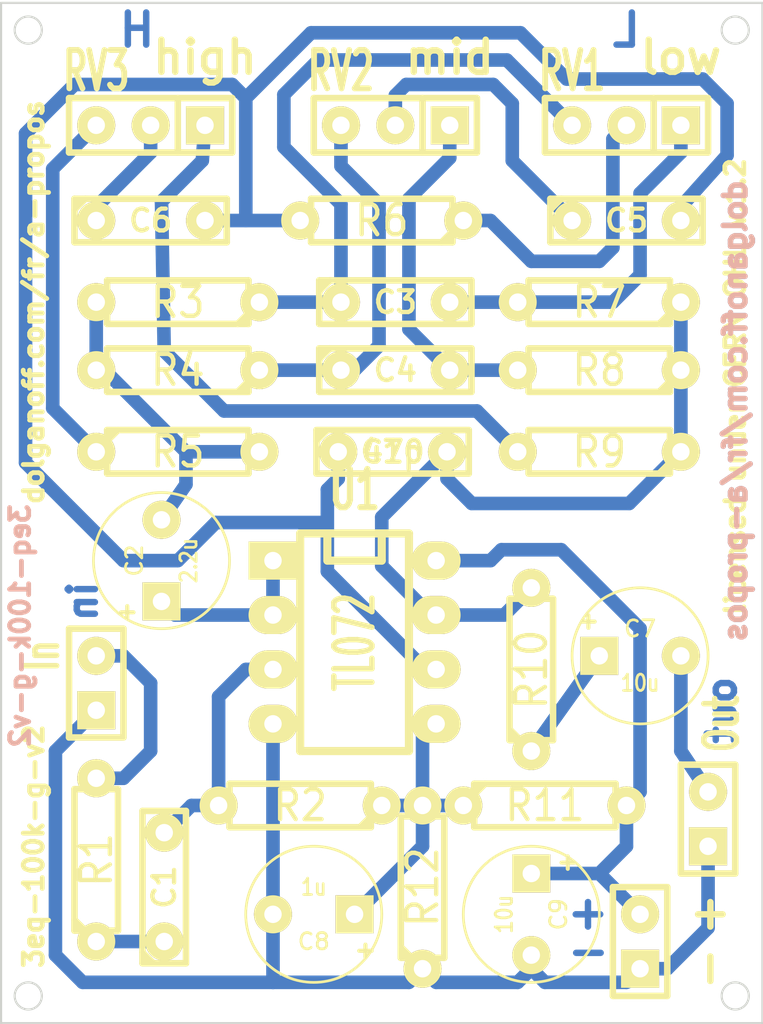
<source format=kicad_pcb>
(kicad_pcb (version 4) (host pcbnew "(2014-08-26 BZR 5101)-product")

  (general
    (links 46)
    (no_connects 0)
    (area 112.328325 75.97 148.005001 123.901708)
    (thickness 1.6)
    (drawings 26)
    (tracks 143)
    (zones 0)
    (modules 29)
    (nets 22)
  )

  (page A4)
  (layers
    (0 F.Cu signal)
    (31 B.Cu signal)
    (32 B.Adhes user hide)
    (33 F.Adhes user hide)
    (34 B.Paste user hide)
    (35 F.Paste user hide)
    (36 B.SilkS user)
    (37 F.SilkS user)
    (38 B.Mask user)
    (39 F.Mask user)
    (40 Dwgs.User user)
    (41 Cmts.User user hide)
    (42 Eco1.User user hide)
    (43 Eco2.User user hide)
    (44 Edge.Cuts user)
    (45 Margin user hide)
    (46 B.CrtYd user hide)
    (47 F.CrtYd user hide)
    (48 B.Fab user hide)
    (49 F.Fab user hide)
  )

  (setup
    (last_trace_width 0.635)
    (trace_clearance 0.508)
    (zone_clearance 0.508)
    (zone_45_only no)
    (trace_min 0.254)
    (segment_width 0.2)
    (edge_width 0.1)
    (via_size 0.889)
    (via_drill 0.635)
    (via_min_size 0.889)
    (via_min_drill 0.508)
    (uvia_size 0.508)
    (uvia_drill 0.127)
    (uvias_allowed no)
    (uvia_min_size 0.508)
    (uvia_min_drill 0.127)
    (pcb_text_width 0.3)
    (pcb_text_size 1.5 1.5)
    (mod_edge_width 0.15)
    (mod_text_size 1 1)
    (mod_text_width 0.15)
    (pad_size 1.5 1.5)
    (pad_drill 0.6)
    (pad_to_mask_clearance 0)
    (aux_axis_origin 0 0)
    (visible_elements 7FFDFFFF)
    (pcbplotparams
      (layerselection 0x00020_00000000)
      (usegerberextensions false)
      (excludeedgelayer false)
      (linewidth 0.100000)
      (plotframeref false)
      (viasonmask false)
      (mode 1)
      (useauxorigin false)
      (hpglpennumber 1)
      (hpglpenspeed 20)
      (hpglpendiameter 15)
      (hpglpenoverlay 2)
      (psnegative false)
      (psa4output false)
      (plotreference false)
      (plotvalue true)
      (plotinvisibletext true)
      (padsonsilk false)
      (subtractmaskfromsilk false)
      (outputformat 4)
      (mirror false)
      (drillshape 0)
      (scaleselection 1)
      (outputdirectory ""))
  )

  (net 0 "")
  (net 1 "Net-(C1-Pad1)")
  (net 2 "Net-(C1-Pad2)")
  (net 3 "Net-(C2-Pad1)")
  (net 4 "Net-(C2-Pad2)")
  (net 5 "Net-(C3-Pad1)")
  (net 6 "Net-(C3-Pad2)")
  (net 7 "Net-(C4-Pad1)")
  (net 8 "Net-(C4-Pad2)")
  (net 9 "Net-(C5-Pad1)")
  (net 10 "Net-(C6-Pad1)")
  (net 11 "Net-(C7-Pad1)")
  (net 12 "Net-(C7-Pad2)")
  (net 13 vRef)
  (net 14 GND)
  (net 15 v+)
  (net 16 "Net-(P1-Pad2)")
  (net 17 "Net-(R5-Pad1)")
  (net 18 "Net-(R6-Pad1)")
  (net 19 "Net-(R9-Pad2)")
  (net 20 "Net-(C10-Pad1)")
  (net 21 "Net-(C10-Pad2)")

  (net_class Default "This is the default net class."
    (clearance 0.508)
    (trace_width 0.635)
    (via_dia 0.889)
    (via_drill 0.635)
    (uvia_dia 0.508)
    (uvia_drill 0.127)
    (add_net GND)
    (add_net "Net-(C1-Pad1)")
    (add_net "Net-(C1-Pad2)")
    (add_net "Net-(C10-Pad1)")
    (add_net "Net-(C10-Pad2)")
    (add_net "Net-(C2-Pad1)")
    (add_net "Net-(C2-Pad2)")
    (add_net "Net-(C3-Pad1)")
    (add_net "Net-(C3-Pad2)")
    (add_net "Net-(C4-Pad1)")
    (add_net "Net-(C4-Pad2)")
    (add_net "Net-(C5-Pad1)")
    (add_net "Net-(C6-Pad1)")
    (add_net "Net-(C7-Pad1)")
    (add_net "Net-(C7-Pad2)")
    (add_net "Net-(P1-Pad2)")
    (add_net "Net-(R5-Pad1)")
    (add_net "Net-(R6-Pad1)")
    (add_net "Net-(R9-Pad2)")
    (add_net v+)
    (add_net vRef)
  )

  (module Custom:C2-LARGE_PADS (layer F.Cu) (tedit 51B5A1DF) (tstamp 53FDE2E0)
    (at 120.015 117.475 90)
    (descr "Condensateur = 2 pas")
    (tags C)
    (path /53FDBB5C)
    (fp_text reference C1 (at 0 0 90) (layer F.SilkS)
      (effects (font (size 1.016 1.016) (thickness 0.2032)))
    )
    (fp_text value 0.1u (at 0 0 90) (layer F.SilkS) hide
      (effects (font (size 1.016 1.016) (thickness 0.2032)))
    )
    (fp_line (start -3.556 -1.016) (end 3.556 -1.016) (layer F.SilkS) (width 0.3048))
    (fp_line (start 3.556 -1.016) (end 3.556 1.016) (layer F.SilkS) (width 0.3048))
    (fp_line (start 3.556 1.016) (end -3.556 1.016) (layer F.SilkS) (width 0.3048))
    (fp_line (start -3.556 1.016) (end -3.556 -1.016) (layer F.SilkS) (width 0.3048))
    (fp_line (start -3.556 -0.508) (end -3.048 -1.016) (layer F.SilkS) (width 0.3048))
    (pad 1 thru_hole circle (at -2.54 0 90) (size 1.778 1.778) (drill 0.8128) (layers *.Cu *.Mask F.SilkS)
      (net 1 "Net-(C1-Pad1)"))
    (pad 2 thru_hole circle (at 2.54 0 90) (size 1.778 1.778) (drill 0.8128) (layers *.Cu *.Mask F.SilkS)
      (net 2 "Net-(C1-Pad2)"))
    (model discret/capa_2pas_5x5mm.wrl
      (at (xyz 0 0 0))
      (scale (xyz 1 1 1))
      (rotate (xyz 0 0 0))
    )
  )

  (module Custom:C1.5V7-LARGE_PADS (layer F.Cu) (tedit 53FDDD10) (tstamp 53FDE2E8)
    (at 119.888 102.235 90)
    (descr "Condensateur e = 1.5 pas")
    (tags C)
    (path /53FE7685)
    (fp_text reference C2 (at 0 -1.26746 90) (layer F.SilkS)
      (effects (font (size 0.762 0.762) (thickness 0.127)))
    )
    (fp_text value 2.2u (at 0 1.27 90) (layer F.SilkS)
      (effects (font (size 0.762 0.635) (thickness 0.127)))
    )
    (fp_text user + (at -2.413 -1.651 90) (layer F.SilkS)
      (effects (font (size 0.762 0.762) (thickness 0.2032)))
    )
    (fp_circle (center 0 0) (end 0.127 -3.175) (layer F.SilkS) (width 0.127))
    (pad 1 thru_hole rect (at -1.905 0 90) (size 1.778 1.778) (drill 0.8128) (layers *.Cu *.Mask F.SilkS)
      (net 3 "Net-(C2-Pad1)"))
    (pad 2 thru_hole circle (at 1.905 0 90) (size 1.778 1.778) (drill 0.8128) (layers *.Cu *.Mask F.SilkS)
      (net 4 "Net-(C2-Pad2)"))
    (model discret/c_vert_c1v5.wrl
      (at (xyz 0 0 0))
      (scale (xyz 1.5 1.5 1.5))
      (rotate (xyz 0 0 0))
    )
  )

  (module Custom:C2-LARGE_PADS (layer F.Cu) (tedit 51B5A1DF) (tstamp 53FDE2F3)
    (at 130.81 90.17)
    (descr "Condensateur = 2 pas")
    (tags C)
    (path /53FDC2BE)
    (fp_text reference C3 (at 0 0) (layer F.SilkS)
      (effects (font (size 1.016 1.016) (thickness 0.2032)))
    )
    (fp_text value 10n (at 0 0) (layer F.SilkS) hide
      (effects (font (size 1.016 1.016) (thickness 0.2032)))
    )
    (fp_line (start -3.556 -1.016) (end 3.556 -1.016) (layer F.SilkS) (width 0.3048))
    (fp_line (start 3.556 -1.016) (end 3.556 1.016) (layer F.SilkS) (width 0.3048))
    (fp_line (start 3.556 1.016) (end -3.556 1.016) (layer F.SilkS) (width 0.3048))
    (fp_line (start -3.556 1.016) (end -3.556 -1.016) (layer F.SilkS) (width 0.3048))
    (fp_line (start -3.556 -0.508) (end -3.048 -1.016) (layer F.SilkS) (width 0.3048))
    (pad 1 thru_hole circle (at -2.54 0) (size 1.778 1.778) (drill 0.8128) (layers *.Cu *.Mask F.SilkS)
      (net 5 "Net-(C3-Pad1)"))
    (pad 2 thru_hole circle (at 2.54 0) (size 1.778 1.778) (drill 0.8128) (layers *.Cu *.Mask F.SilkS)
      (net 6 "Net-(C3-Pad2)"))
    (model discret/capa_2pas_5x5mm.wrl
      (at (xyz 0 0 0))
      (scale (xyz 1 1 1))
      (rotate (xyz 0 0 0))
    )
  )

  (module Custom:C2-LARGE_PADS (layer F.Cu) (tedit 51B5A1DF) (tstamp 53FDE2FE)
    (at 130.81 93.345)
    (descr "Condensateur = 2 pas")
    (tags C)
    (path /53FDC47C)
    (fp_text reference C4 (at 0 0) (layer F.SilkS)
      (effects (font (size 1.016 1.016) (thickness 0.2032)))
    )
    (fp_text value 1.5n (at 0 0) (layer F.SilkS) hide
      (effects (font (size 1.016 1.016) (thickness 0.2032)))
    )
    (fp_line (start -3.556 -1.016) (end 3.556 -1.016) (layer F.SilkS) (width 0.3048))
    (fp_line (start 3.556 -1.016) (end 3.556 1.016) (layer F.SilkS) (width 0.3048))
    (fp_line (start 3.556 1.016) (end -3.556 1.016) (layer F.SilkS) (width 0.3048))
    (fp_line (start -3.556 1.016) (end -3.556 -1.016) (layer F.SilkS) (width 0.3048))
    (fp_line (start -3.556 -0.508) (end -3.048 -1.016) (layer F.SilkS) (width 0.3048))
    (pad 1 thru_hole circle (at -2.54 0) (size 1.778 1.778) (drill 0.8128) (layers *.Cu *.Mask F.SilkS)
      (net 7 "Net-(C4-Pad1)"))
    (pad 2 thru_hole circle (at 2.54 0) (size 1.778 1.778) (drill 0.8128) (layers *.Cu *.Mask F.SilkS)
      (net 8 "Net-(C4-Pad2)"))
    (model discret/capa_2pas_5x5mm.wrl
      (at (xyz 0 0 0))
      (scale (xyz 1 1 1))
      (rotate (xyz 0 0 0))
    )
  )

  (module Custom:C2-LARGE_PADS (layer F.Cu) (tedit 51B5A1DF) (tstamp 53FDE309)
    (at 141.605 86.36)
    (descr "Condensateur = 2 pas")
    (tags C)
    (path /53FDCAA8)
    (fp_text reference C5 (at 0 0) (layer F.SilkS)
      (effects (font (size 1.016 1.016) (thickness 0.2032)))
    )
    (fp_text value 6.8n (at 0 0) (layer F.SilkS) hide
      (effects (font (size 1.016 1.016) (thickness 0.2032)))
    )
    (fp_line (start -3.556 -1.016) (end 3.556 -1.016) (layer F.SilkS) (width 0.3048))
    (fp_line (start 3.556 -1.016) (end 3.556 1.016) (layer F.SilkS) (width 0.3048))
    (fp_line (start 3.556 1.016) (end -3.556 1.016) (layer F.SilkS) (width 0.3048))
    (fp_line (start -3.556 1.016) (end -3.556 -1.016) (layer F.SilkS) (width 0.3048))
    (fp_line (start -3.556 -0.508) (end -3.048 -1.016) (layer F.SilkS) (width 0.3048))
    (pad 1 thru_hole circle (at -2.54 0) (size 1.778 1.778) (drill 0.8128) (layers *.Cu *.Mask F.SilkS)
      (net 9 "Net-(C5-Pad1)"))
    (pad 2 thru_hole circle (at 2.54 0) (size 1.778 1.778) (drill 0.8128) (layers *.Cu *.Mask F.SilkS)
      (net 20 "Net-(C10-Pad1)"))
    (model discret/capa_2pas_5x5mm.wrl
      (at (xyz 0 0 0))
      (scale (xyz 1 1 1))
      (rotate (xyz 0 0 0))
    )
  )

  (module Custom:C2-LARGE_PADS (layer F.Cu) (tedit 51B5A1DF) (tstamp 53FDE314)
    (at 119.38 86.36)
    (descr "Condensateur = 2 pas")
    (tags C)
    (path /53FDCDDD)
    (fp_text reference C6 (at 0 0) (layer F.SilkS)
      (effects (font (size 1.016 1.016) (thickness 0.2032)))
    )
    (fp_text value 1.5n (at 0 0) (layer F.SilkS) hide
      (effects (font (size 1.016 1.016) (thickness 0.2032)))
    )
    (fp_line (start -3.556 -1.016) (end 3.556 -1.016) (layer F.SilkS) (width 0.3048))
    (fp_line (start 3.556 -1.016) (end 3.556 1.016) (layer F.SilkS) (width 0.3048))
    (fp_line (start 3.556 1.016) (end -3.556 1.016) (layer F.SilkS) (width 0.3048))
    (fp_line (start -3.556 1.016) (end -3.556 -1.016) (layer F.SilkS) (width 0.3048))
    (fp_line (start -3.556 -0.508) (end -3.048 -1.016) (layer F.SilkS) (width 0.3048))
    (pad 1 thru_hole circle (at -2.54 0) (size 1.778 1.778) (drill 0.8128) (layers *.Cu *.Mask F.SilkS)
      (net 10 "Net-(C6-Pad1)"))
    (pad 2 thru_hole circle (at 2.54 0) (size 1.778 1.778) (drill 0.8128) (layers *.Cu *.Mask F.SilkS)
      (net 20 "Net-(C10-Pad1)"))
    (model discret/capa_2pas_5x5mm.wrl
      (at (xyz 0 0 0))
      (scale (xyz 1 1 1))
      (rotate (xyz 0 0 0))
    )
  )

  (module Custom:C1.5V7-LARGE_PADS (layer F.Cu) (tedit 53FDDD10) (tstamp 53FFC72C)
    (at 142.24 106.68)
    (descr "Condensateur e = 1.5 pas")
    (tags C)
    (path /53FDE111)
    (fp_text reference C7 (at 0 -1.26746) (layer F.SilkS)
      (effects (font (size 0.762 0.762) (thickness 0.127)))
    )
    (fp_text value 10u (at 0 1.27) (layer F.SilkS)
      (effects (font (size 0.762 0.635) (thickness 0.127)))
    )
    (fp_text user + (at -2.413 -1.651) (layer F.SilkS)
      (effects (font (size 0.762 0.762) (thickness 0.2032)))
    )
    (fp_circle (center 0 0) (end 0.127 -3.175) (layer F.SilkS) (width 0.127))
    (pad 1 thru_hole rect (at -1.905 0) (size 1.778 1.778) (drill 0.8128) (layers *.Cu *.Mask F.SilkS)
      (net 11 "Net-(C7-Pad1)"))
    (pad 2 thru_hole circle (at 1.905 0) (size 1.778 1.778) (drill 0.8128) (layers *.Cu *.Mask F.SilkS)
      (net 12 "Net-(C7-Pad2)"))
    (model discret/c_vert_c1v5.wrl
      (at (xyz 0 0 0))
      (scale (xyz 1.5 1.5 1.5))
      (rotate (xyz 0 0 0))
    )
  )

  (module Custom:C1.5V7-LARGE_PADS (layer F.Cu) (tedit 53FDDD10) (tstamp 53FDE324)
    (at 127 118.745 180)
    (descr "Condensateur e = 1.5 pas")
    (tags C)
    (path /53FDFA0B)
    (fp_text reference C8 (at 0 -1.26746 180) (layer F.SilkS)
      (effects (font (size 0.762 0.762) (thickness 0.127)))
    )
    (fp_text value 1u (at 0 1.27 180) (layer F.SilkS)
      (effects (font (size 0.762 0.635) (thickness 0.127)))
    )
    (fp_text user + (at -2.413 -1.651 180) (layer F.SilkS)
      (effects (font (size 0.762 0.762) (thickness 0.2032)))
    )
    (fp_circle (center 0 0) (end 0.127 -3.175) (layer F.SilkS) (width 0.127))
    (pad 1 thru_hole rect (at -1.905 0 180) (size 1.778 1.778) (drill 0.8128) (layers *.Cu *.Mask F.SilkS)
      (net 13 vRef))
    (pad 2 thru_hole circle (at 1.905 0 180) (size 1.778 1.778) (drill 0.8128) (layers *.Cu *.Mask F.SilkS)
      (net 14 GND))
    (model discret/c_vert_c1v5.wrl
      (at (xyz 0 0 0))
      (scale (xyz 1.5 1.5 1.5))
      (rotate (xyz 0 0 0))
    )
  )

  (module Custom:C1.5V7-LARGE_PADS (layer F.Cu) (tedit 53FDDD10) (tstamp 53FDE32C)
    (at 137.16 118.745 270)
    (descr "Condensateur e = 1.5 pas")
    (tags C)
    (path /53FDFBF8)
    (fp_text reference C9 (at 0 -1.26746 270) (layer F.SilkS)
      (effects (font (size 0.762 0.762) (thickness 0.127)))
    )
    (fp_text value 10u (at 0 1.27 270) (layer F.SilkS)
      (effects (font (size 0.762 0.635) (thickness 0.127)))
    )
    (fp_text user + (at -2.413 -1.651 270) (layer F.SilkS)
      (effects (font (size 0.762 0.762) (thickness 0.2032)))
    )
    (fp_circle (center 0 0) (end 0.127 -3.175) (layer F.SilkS) (width 0.127))
    (pad 1 thru_hole rect (at -1.905 0 270) (size 1.778 1.778) (drill 0.8128) (layers *.Cu *.Mask F.SilkS)
      (net 15 v+))
    (pad 2 thru_hole circle (at 1.905 0 270) (size 1.778 1.778) (drill 0.8128) (layers *.Cu *.Mask F.SilkS)
      (net 14 GND))
    (model discret/c_vert_c1v5.wrl
      (at (xyz 0 0 0))
      (scale (xyz 1.5 1.5 1.5))
      (rotate (xyz 0 0 0))
    )
  )

  (module Custom:SIL-2-LARGE_PADS (layer F.Cu) (tedit 53FE459A) (tstamp 53FDE336)
    (at 116.84 107.95 90)
    (descr "Connecteurs 2 pins")
    (tags "CONN DEV")
    (path /53FDEDC6)
    (fp_text reference P1 (at 0 -2.54 90) (layer F.SilkS) hide
      (effects (font (size 1.72974 1.08712) (thickness 0.27178)))
    )
    (fp_text value In (at 1.27 -2.54 90) (layer F.SilkS)
      (effects (font (size 1.524 1.016) (thickness 0.254)))
    )
    (fp_line (start -2.54 1.27) (end -2.54 -1.27) (layer F.SilkS) (width 0.3048))
    (fp_line (start -2.54 -1.27) (end 2.54 -1.27) (layer F.SilkS) (width 0.3048))
    (fp_line (start 2.54 -1.27) (end 2.54 1.27) (layer F.SilkS) (width 0.3048))
    (fp_line (start 2.54 1.27) (end -2.54 1.27) (layer F.SilkS) (width 0.3048))
    (pad 1 thru_hole rect (at -1.27 0 90) (size 1.778 1.778) (drill 0.8128) (layers *.Cu *.Mask F.SilkS)
      (net 14 GND))
    (pad 2 thru_hole circle (at 1.27 0 90) (size 1.778 1.778) (drill 0.8128) (layers *.Cu *.Mask F.SilkS)
      (net 16 "Net-(P1-Pad2)"))
  )

  (module Custom:SIL-2-LARGE_PADS (layer F.Cu) (tedit 53FE45B1) (tstamp 53FDE340)
    (at 145.415 114.3 90)
    (descr "Connecteurs 2 pins")
    (tags "CONN DEV")
    (path /53FDE8A1)
    (fp_text reference P2 (at 2.54 -2.54 90) (layer F.SilkS) hide
      (effects (font (size 1.72974 1.08712) (thickness 0.27178)))
    )
    (fp_text value Out (at 4.445 0.635 90) (layer F.SilkS)
      (effects (font (size 1.524 1.016) (thickness 0.254)))
    )
    (fp_line (start -2.54 1.27) (end -2.54 -1.27) (layer F.SilkS) (width 0.3048))
    (fp_line (start -2.54 -1.27) (end 2.54 -1.27) (layer F.SilkS) (width 0.3048))
    (fp_line (start 2.54 -1.27) (end 2.54 1.27) (layer F.SilkS) (width 0.3048))
    (fp_line (start 2.54 1.27) (end -2.54 1.27) (layer F.SilkS) (width 0.3048))
    (pad 1 thru_hole rect (at -1.27 0 90) (size 1.778 1.778) (drill 0.8128) (layers *.Cu *.Mask F.SilkS)
      (net 14 GND))
    (pad 2 thru_hole circle (at 1.27 0 90) (size 1.778 1.778) (drill 0.8128) (layers *.Cu *.Mask F.SilkS)
      (net 12 "Net-(C7-Pad2)"))
  )

  (module Custom:SIL-2-LARGE_PADS (layer F.Cu) (tedit 5400644D) (tstamp 53FDE34A)
    (at 142.24 120.015 90)
    (descr "Connecteurs 2 pins")
    (tags "CONN DEV")
    (path /53FE0641)
    (fp_text reference P3 (at -2.032 -2.54 90) (layer F.SilkS) hide
      (effects (font (size 1.72974 1.08712) (thickness 0.27178)))
    )
    (fp_text value Power (at 1.397 -2.286 90) (layer F.SilkS) hide
      (effects (font (size 1.524 1.016) (thickness 0.3048)))
    )
    (fp_line (start -2.54 1.27) (end -2.54 -1.27) (layer F.SilkS) (width 0.3048))
    (fp_line (start -2.54 -1.27) (end 2.54 -1.27) (layer F.SilkS) (width 0.3048))
    (fp_line (start 2.54 -1.27) (end 2.54 1.27) (layer F.SilkS) (width 0.3048))
    (fp_line (start 2.54 1.27) (end -2.54 1.27) (layer F.SilkS) (width 0.3048))
    (pad 1 thru_hole rect (at -1.27 0 90) (size 1.778 1.778) (drill 0.8128) (layers *.Cu *.Mask F.SilkS)
      (net 14 GND))
    (pad 2 thru_hole circle (at 1.27 0 90) (size 1.778 1.778) (drill 0.8128) (layers *.Cu *.Mask F.SilkS)
      (net 15 v+))
  )

  (module Custom:R3-LARGE_PADS (layer F.Cu) (tedit 51B5A1F4) (tstamp 53FDE358)
    (at 116.84 116.205 90)
    (descr "Resitance 3 pas")
    (tags R)
    (path /53FDBB22)
    (autoplace_cost180 10)
    (fp_text reference R1 (at 0 0 90) (layer F.SilkS)
      (effects (font (size 1.397 1.27) (thickness 0.2032)))
    )
    (fp_text value 1K (at 0 0 90) (layer F.SilkS) hide
      (effects (font (size 1.397 1.27) (thickness 0.2032)))
    )
    (fp_line (start -3.81 0) (end -3.302 0) (layer F.SilkS) (width 0.3048))
    (fp_line (start 3.81 0) (end 3.302 0) (layer F.SilkS) (width 0.3048))
    (fp_line (start 3.302 0) (end 3.302 -1.016) (layer F.SilkS) (width 0.3048))
    (fp_line (start 3.302 -1.016) (end -3.302 -1.016) (layer F.SilkS) (width 0.3048))
    (fp_line (start -3.302 -1.016) (end -3.302 1.016) (layer F.SilkS) (width 0.3048))
    (fp_line (start -3.302 1.016) (end 3.302 1.016) (layer F.SilkS) (width 0.3048))
    (fp_line (start 3.302 1.016) (end 3.302 0) (layer F.SilkS) (width 0.3048))
    (fp_line (start -3.302 -0.508) (end -2.794 -1.016) (layer F.SilkS) (width 0.3048))
    (pad 1 thru_hole circle (at -3.81 0 90) (size 1.778 1.778) (drill 0.8128) (layers *.Cu *.Mask F.SilkS)
      (net 1 "Net-(C1-Pad1)"))
    (pad 2 thru_hole circle (at 3.81 0 90) (size 1.778 1.778) (drill 0.8128) (layers *.Cu *.Mask F.SilkS)
      (net 16 "Net-(P1-Pad2)"))
    (model discret/resistor.wrl
      (at (xyz 0 0 0))
      (scale (xyz 0.3 0.3 0.3))
      (rotate (xyz 0 0 0))
    )
  )

  (module Custom:R3-LARGE_PADS (layer F.Cu) (tedit 51B5A1F4) (tstamp 53FDE366)
    (at 126.365 113.665 180)
    (descr "Resitance 3 pas")
    (tags R)
    (path /53FDBBE1)
    (autoplace_cost180 10)
    (fp_text reference R2 (at 0 0 180) (layer F.SilkS)
      (effects (font (size 1.397 1.27) (thickness 0.2032)))
    )
    (fp_text value 5Meg (at 0 0 180) (layer F.SilkS) hide
      (effects (font (size 1.397 1.27) (thickness 0.2032)))
    )
    (fp_line (start -3.81 0) (end -3.302 0) (layer F.SilkS) (width 0.3048))
    (fp_line (start 3.81 0) (end 3.302 0) (layer F.SilkS) (width 0.3048))
    (fp_line (start 3.302 0) (end 3.302 -1.016) (layer F.SilkS) (width 0.3048))
    (fp_line (start 3.302 -1.016) (end -3.302 -1.016) (layer F.SilkS) (width 0.3048))
    (fp_line (start -3.302 -1.016) (end -3.302 1.016) (layer F.SilkS) (width 0.3048))
    (fp_line (start -3.302 1.016) (end 3.302 1.016) (layer F.SilkS) (width 0.3048))
    (fp_line (start 3.302 1.016) (end 3.302 0) (layer F.SilkS) (width 0.3048))
    (fp_line (start -3.302 -0.508) (end -2.794 -1.016) (layer F.SilkS) (width 0.3048))
    (pad 1 thru_hole circle (at -3.81 0 180) (size 1.778 1.778) (drill 0.8128) (layers *.Cu *.Mask F.SilkS)
      (net 13 vRef))
    (pad 2 thru_hole circle (at 3.81 0 180) (size 1.778 1.778) (drill 0.8128) (layers *.Cu *.Mask F.SilkS)
      (net 2 "Net-(C1-Pad2)"))
    (model discret/resistor.wrl
      (at (xyz 0 0 0))
      (scale (xyz 0.3 0.3 0.3))
      (rotate (xyz 0 0 0))
    )
  )

  (module Custom:R3-LARGE_PADS (layer F.Cu) (tedit 51B5A1F4) (tstamp 53FDE374)
    (at 120.65 90.17 180)
    (descr "Resitance 3 pas")
    (tags R)
    (path /53FDC007)
    (autoplace_cost180 10)
    (fp_text reference R3 (at 0 0 180) (layer F.SilkS)
      (effects (font (size 1.397 1.27) (thickness 0.2032)))
    )
    (fp_text value 22K (at 0 0 180) (layer F.SilkS) hide
      (effects (font (size 1.397 1.27) (thickness 0.2032)))
    )
    (fp_line (start -3.81 0) (end -3.302 0) (layer F.SilkS) (width 0.3048))
    (fp_line (start 3.81 0) (end 3.302 0) (layer F.SilkS) (width 0.3048))
    (fp_line (start 3.302 0) (end 3.302 -1.016) (layer F.SilkS) (width 0.3048))
    (fp_line (start 3.302 -1.016) (end -3.302 -1.016) (layer F.SilkS) (width 0.3048))
    (fp_line (start -3.302 -1.016) (end -3.302 1.016) (layer F.SilkS) (width 0.3048))
    (fp_line (start -3.302 1.016) (end 3.302 1.016) (layer F.SilkS) (width 0.3048))
    (fp_line (start 3.302 1.016) (end 3.302 0) (layer F.SilkS) (width 0.3048))
    (fp_line (start -3.302 -0.508) (end -2.794 -1.016) (layer F.SilkS) (width 0.3048))
    (pad 1 thru_hole circle (at -3.81 0 180) (size 1.778 1.778) (drill 0.8128) (layers *.Cu *.Mask F.SilkS)
      (net 5 "Net-(C3-Pad1)"))
    (pad 2 thru_hole circle (at 3.81 0 180) (size 1.778 1.778) (drill 0.8128) (layers *.Cu *.Mask F.SilkS)
      (net 4 "Net-(C2-Pad2)"))
    (model discret/resistor.wrl
      (at (xyz 0 0 0))
      (scale (xyz 0.3 0.3 0.3))
      (rotate (xyz 0 0 0))
    )
  )

  (module Custom:R3-LARGE_PADS (layer F.Cu) (tedit 51B5A1F4) (tstamp 53FDE382)
    (at 120.65 93.345 180)
    (descr "Resitance 3 pas")
    (tags R)
    (path /53FDC033)
    (autoplace_cost180 10)
    (fp_text reference R4 (at 0 0 180) (layer F.SilkS)
      (effects (font (size 1.397 1.27) (thickness 0.2032)))
    )
    (fp_text value 10K (at 0 0 180) (layer F.SilkS) hide
      (effects (font (size 1.397 1.27) (thickness 0.2032)))
    )
    (fp_line (start -3.81 0) (end -3.302 0) (layer F.SilkS) (width 0.3048))
    (fp_line (start 3.81 0) (end 3.302 0) (layer F.SilkS) (width 0.3048))
    (fp_line (start 3.302 0) (end 3.302 -1.016) (layer F.SilkS) (width 0.3048))
    (fp_line (start 3.302 -1.016) (end -3.302 -1.016) (layer F.SilkS) (width 0.3048))
    (fp_line (start -3.302 -1.016) (end -3.302 1.016) (layer F.SilkS) (width 0.3048))
    (fp_line (start -3.302 1.016) (end 3.302 1.016) (layer F.SilkS) (width 0.3048))
    (fp_line (start 3.302 1.016) (end 3.302 0) (layer F.SilkS) (width 0.3048))
    (fp_line (start -3.302 -0.508) (end -2.794 -1.016) (layer F.SilkS) (width 0.3048))
    (pad 1 thru_hole circle (at -3.81 0 180) (size 1.778 1.778) (drill 0.8128) (layers *.Cu *.Mask F.SilkS)
      (net 7 "Net-(C4-Pad1)"))
    (pad 2 thru_hole circle (at 3.81 0 180) (size 1.778 1.778) (drill 0.8128) (layers *.Cu *.Mask F.SilkS)
      (net 4 "Net-(C2-Pad2)"))
    (model discret/resistor.wrl
      (at (xyz 0 0 0))
      (scale (xyz 0.3 0.3 0.3))
      (rotate (xyz 0 0 0))
    )
  )

  (module Custom:R3-LARGE_PADS (layer F.Cu) (tedit 51B5A1F4) (tstamp 53FDE390)
    (at 120.65 97.155)
    (descr "Resitance 3 pas")
    (tags R)
    (path /53FDCD67)
    (autoplace_cost180 10)
    (fp_text reference R5 (at 0 0) (layer F.SilkS)
      (effects (font (size 1.397 1.27) (thickness 0.2032)))
    )
    (fp_text value 4.7K (at 0 0) (layer F.SilkS) hide
      (effects (font (size 1.397 1.27) (thickness 0.2032)))
    )
    (fp_line (start -3.81 0) (end -3.302 0) (layer F.SilkS) (width 0.3048))
    (fp_line (start 3.81 0) (end 3.302 0) (layer F.SilkS) (width 0.3048))
    (fp_line (start 3.302 0) (end 3.302 -1.016) (layer F.SilkS) (width 0.3048))
    (fp_line (start 3.302 -1.016) (end -3.302 -1.016) (layer F.SilkS) (width 0.3048))
    (fp_line (start -3.302 -1.016) (end -3.302 1.016) (layer F.SilkS) (width 0.3048))
    (fp_line (start -3.302 1.016) (end 3.302 1.016) (layer F.SilkS) (width 0.3048))
    (fp_line (start 3.302 1.016) (end 3.302 0) (layer F.SilkS) (width 0.3048))
    (fp_line (start -3.302 -0.508) (end -2.794 -1.016) (layer F.SilkS) (width 0.3048))
    (pad 1 thru_hole circle (at -3.81 0) (size 1.778 1.778) (drill 0.8128) (layers *.Cu *.Mask F.SilkS)
      (net 17 "Net-(R5-Pad1)"))
    (pad 2 thru_hole circle (at 3.81 0) (size 1.778 1.778) (drill 0.8128) (layers *.Cu *.Mask F.SilkS)
      (net 4 "Net-(C2-Pad2)"))
    (model discret/resistor.wrl
      (at (xyz 0 0 0))
      (scale (xyz 0.3 0.3 0.3))
      (rotate (xyz 0 0 0))
    )
  )

  (module Custom:R3-LARGE_PADS (layer F.Cu) (tedit 51B5A1F4) (tstamp 53FDE39E)
    (at 130.175 86.36 180)
    (descr "Resitance 3 pas")
    (tags R)
    (path /53FDC703)
    (autoplace_cost180 10)
    (fp_text reference R6 (at 0 0 180) (layer F.SilkS)
      (effects (font (size 1.397 1.27) (thickness 0.2032)))
    )
    (fp_text value 22K (at 0 0 180) (layer F.SilkS) hide
      (effects (font (size 1.397 1.27) (thickness 0.2032)))
    )
    (fp_line (start -3.81 0) (end -3.302 0) (layer F.SilkS) (width 0.3048))
    (fp_line (start 3.81 0) (end 3.302 0) (layer F.SilkS) (width 0.3048))
    (fp_line (start 3.302 0) (end 3.302 -1.016) (layer F.SilkS) (width 0.3048))
    (fp_line (start 3.302 -1.016) (end -3.302 -1.016) (layer F.SilkS) (width 0.3048))
    (fp_line (start -3.302 -1.016) (end -3.302 1.016) (layer F.SilkS) (width 0.3048))
    (fp_line (start -3.302 1.016) (end 3.302 1.016) (layer F.SilkS) (width 0.3048))
    (fp_line (start 3.302 1.016) (end 3.302 0) (layer F.SilkS) (width 0.3048))
    (fp_line (start -3.302 -0.508) (end -2.794 -1.016) (layer F.SilkS) (width 0.3048))
    (pad 1 thru_hole circle (at -3.81 0 180) (size 1.778 1.778) (drill 0.8128) (layers *.Cu *.Mask F.SilkS)
      (net 18 "Net-(R6-Pad1)"))
    (pad 2 thru_hole circle (at 3.81 0 180) (size 1.778 1.778) (drill 0.8128) (layers *.Cu *.Mask F.SilkS)
      (net 20 "Net-(C10-Pad1)"))
    (model discret/resistor.wrl
      (at (xyz 0 0 0))
      (scale (xyz 0.3 0.3 0.3))
      (rotate (xyz 0 0 0))
    )
  )

  (module Custom:R3-LARGE_PADS (layer F.Cu) (tedit 51B5A1F4) (tstamp 53FDE3AC)
    (at 140.335 90.17 180)
    (descr "Resitance 3 pas")
    (tags R)
    (path /53FDC2F0)
    (autoplace_cost180 10)
    (fp_text reference R7 (at 0 0 180) (layer F.SilkS)
      (effects (font (size 1.397 1.27) (thickness 0.2032)))
    )
    (fp_text value 22K (at 0 0 180) (layer F.SilkS) hide
      (effects (font (size 1.397 1.27) (thickness 0.2032)))
    )
    (fp_line (start -3.81 0) (end -3.302 0) (layer F.SilkS) (width 0.3048))
    (fp_line (start 3.81 0) (end 3.302 0) (layer F.SilkS) (width 0.3048))
    (fp_line (start 3.302 0) (end 3.302 -1.016) (layer F.SilkS) (width 0.3048))
    (fp_line (start 3.302 -1.016) (end -3.302 -1.016) (layer F.SilkS) (width 0.3048))
    (fp_line (start -3.302 -1.016) (end -3.302 1.016) (layer F.SilkS) (width 0.3048))
    (fp_line (start -3.302 1.016) (end 3.302 1.016) (layer F.SilkS) (width 0.3048))
    (fp_line (start 3.302 1.016) (end 3.302 0) (layer F.SilkS) (width 0.3048))
    (fp_line (start -3.302 -0.508) (end -2.794 -1.016) (layer F.SilkS) (width 0.3048))
    (pad 1 thru_hole circle (at -3.81 0 180) (size 1.778 1.778) (drill 0.8128) (layers *.Cu *.Mask F.SilkS)
      (net 21 "Net-(C10-Pad2)"))
    (pad 2 thru_hole circle (at 3.81 0 180) (size 1.778 1.778) (drill 0.8128) (layers *.Cu *.Mask F.SilkS)
      (net 6 "Net-(C3-Pad2)"))
    (model discret/resistor.wrl
      (at (xyz 0 0 0))
      (scale (xyz 0.3 0.3 0.3))
      (rotate (xyz 0 0 0))
    )
  )

  (module Custom:R3-LARGE_PADS (layer F.Cu) (tedit 51B5A1F4) (tstamp 53FDE3BA)
    (at 140.335 93.345 180)
    (descr "Resitance 3 pas")
    (tags R)
    (path /53FDC506)
    (autoplace_cost180 10)
    (fp_text reference R8 (at 0 0 180) (layer F.SilkS)
      (effects (font (size 1.397 1.27) (thickness 0.2032)))
    )
    (fp_text value 10K (at 0 0 180) (layer F.SilkS) hide
      (effects (font (size 1.397 1.27) (thickness 0.2032)))
    )
    (fp_line (start -3.81 0) (end -3.302 0) (layer F.SilkS) (width 0.3048))
    (fp_line (start 3.81 0) (end 3.302 0) (layer F.SilkS) (width 0.3048))
    (fp_line (start 3.302 0) (end 3.302 -1.016) (layer F.SilkS) (width 0.3048))
    (fp_line (start 3.302 -1.016) (end -3.302 -1.016) (layer F.SilkS) (width 0.3048))
    (fp_line (start -3.302 -1.016) (end -3.302 1.016) (layer F.SilkS) (width 0.3048))
    (fp_line (start -3.302 1.016) (end 3.302 1.016) (layer F.SilkS) (width 0.3048))
    (fp_line (start 3.302 1.016) (end 3.302 0) (layer F.SilkS) (width 0.3048))
    (fp_line (start -3.302 -0.508) (end -2.794 -1.016) (layer F.SilkS) (width 0.3048))
    (pad 1 thru_hole circle (at -3.81 0 180) (size 1.778 1.778) (drill 0.8128) (layers *.Cu *.Mask F.SilkS)
      (net 21 "Net-(C10-Pad2)"))
    (pad 2 thru_hole circle (at 3.81 0 180) (size 1.778 1.778) (drill 0.8128) (layers *.Cu *.Mask F.SilkS)
      (net 8 "Net-(C4-Pad2)"))
    (model discret/resistor.wrl
      (at (xyz 0 0 0))
      (scale (xyz 0.3 0.3 0.3))
      (rotate (xyz 0 0 0))
    )
  )

  (module Custom:R3-LARGE_PADS (layer F.Cu) (tedit 51B5A1F4) (tstamp 53FDE3C8)
    (at 140.335 97.155 180)
    (descr "Resitance 3 pas")
    (tags R)
    (path /53FDC064)
    (autoplace_cost180 10)
    (fp_text reference R9 (at 0 0 180) (layer F.SilkS)
      (effects (font (size 1.397 1.27) (thickness 0.2032)))
    )
    (fp_text value 4.7K (at 0 0 180) (layer F.SilkS) hide
      (effects (font (size 1.397 1.27) (thickness 0.2032)))
    )
    (fp_line (start -3.81 0) (end -3.302 0) (layer F.SilkS) (width 0.3048))
    (fp_line (start 3.81 0) (end 3.302 0) (layer F.SilkS) (width 0.3048))
    (fp_line (start 3.302 0) (end 3.302 -1.016) (layer F.SilkS) (width 0.3048))
    (fp_line (start 3.302 -1.016) (end -3.302 -1.016) (layer F.SilkS) (width 0.3048))
    (fp_line (start -3.302 -1.016) (end -3.302 1.016) (layer F.SilkS) (width 0.3048))
    (fp_line (start -3.302 1.016) (end 3.302 1.016) (layer F.SilkS) (width 0.3048))
    (fp_line (start 3.302 1.016) (end 3.302 0) (layer F.SilkS) (width 0.3048))
    (fp_line (start -3.302 -0.508) (end -2.794 -1.016) (layer F.SilkS) (width 0.3048))
    (pad 1 thru_hole circle (at -3.81 0 180) (size 1.778 1.778) (drill 0.8128) (layers *.Cu *.Mask F.SilkS)
      (net 21 "Net-(C10-Pad2)"))
    (pad 2 thru_hole circle (at 3.81 0 180) (size 1.778 1.778) (drill 0.8128) (layers *.Cu *.Mask F.SilkS)
      (net 19 "Net-(R9-Pad2)"))
    (model discret/resistor.wrl
      (at (xyz 0 0 0))
      (scale (xyz 0.3 0.3 0.3))
      (rotate (xyz 0 0 0))
    )
  )

  (module Custom:R3-LARGE_PADS (layer F.Cu) (tedit 51B5A1F4) (tstamp 53FDE3D6)
    (at 137.16 107.315 90)
    (descr "Resitance 3 pas")
    (tags R)
    (path /53FDE08B)
    (autoplace_cost180 10)
    (fp_text reference R10 (at 0 0 90) (layer F.SilkS)
      (effects (font (size 1.397 1.27) (thickness 0.2032)))
    )
    (fp_text value 500 (at 0 0 90) (layer F.SilkS) hide
      (effects (font (size 1.397 1.27) (thickness 0.2032)))
    )
    (fp_line (start -3.81 0) (end -3.302 0) (layer F.SilkS) (width 0.3048))
    (fp_line (start 3.81 0) (end 3.302 0) (layer F.SilkS) (width 0.3048))
    (fp_line (start 3.302 0) (end 3.302 -1.016) (layer F.SilkS) (width 0.3048))
    (fp_line (start 3.302 -1.016) (end -3.302 -1.016) (layer F.SilkS) (width 0.3048))
    (fp_line (start -3.302 -1.016) (end -3.302 1.016) (layer F.SilkS) (width 0.3048))
    (fp_line (start -3.302 1.016) (end 3.302 1.016) (layer F.SilkS) (width 0.3048))
    (fp_line (start 3.302 1.016) (end 3.302 0) (layer F.SilkS) (width 0.3048))
    (fp_line (start -3.302 -0.508) (end -2.794 -1.016) (layer F.SilkS) (width 0.3048))
    (pad 1 thru_hole circle (at -3.81 0 90) (size 1.778 1.778) (drill 0.8128) (layers *.Cu *.Mask F.SilkS)
      (net 11 "Net-(C7-Pad1)"))
    (pad 2 thru_hole circle (at 3.81 0 90) (size 1.778 1.778) (drill 0.8128) (layers *.Cu *.Mask F.SilkS)
      (net 21 "Net-(C10-Pad2)"))
    (model discret/resistor.wrl
      (at (xyz 0 0 0))
      (scale (xyz 0.3 0.3 0.3))
      (rotate (xyz 0 0 0))
    )
  )

  (module Custom:R3-LARGE_PADS (layer F.Cu) (tedit 51B5A1F4) (tstamp 53FDE3E4)
    (at 137.795 113.665)
    (descr "Resitance 3 pas")
    (tags R)
    (path /53FDF903)
    (autoplace_cost180 10)
    (fp_text reference R11 (at 0 0) (layer F.SilkS)
      (effects (font (size 1.397 1.27) (thickness 0.2032)))
    )
    (fp_text value 100K (at 0 0) (layer F.SilkS) hide
      (effects (font (size 1.397 1.27) (thickness 0.2032)))
    )
    (fp_line (start -3.81 0) (end -3.302 0) (layer F.SilkS) (width 0.3048))
    (fp_line (start 3.81 0) (end 3.302 0) (layer F.SilkS) (width 0.3048))
    (fp_line (start 3.302 0) (end 3.302 -1.016) (layer F.SilkS) (width 0.3048))
    (fp_line (start 3.302 -1.016) (end -3.302 -1.016) (layer F.SilkS) (width 0.3048))
    (fp_line (start -3.302 -1.016) (end -3.302 1.016) (layer F.SilkS) (width 0.3048))
    (fp_line (start -3.302 1.016) (end 3.302 1.016) (layer F.SilkS) (width 0.3048))
    (fp_line (start 3.302 1.016) (end 3.302 0) (layer F.SilkS) (width 0.3048))
    (fp_line (start -3.302 -0.508) (end -2.794 -1.016) (layer F.SilkS) (width 0.3048))
    (pad 1 thru_hole circle (at -3.81 0) (size 1.778 1.778) (drill 0.8128) (layers *.Cu *.Mask F.SilkS)
      (net 13 vRef))
    (pad 2 thru_hole circle (at 3.81 0) (size 1.778 1.778) (drill 0.8128) (layers *.Cu *.Mask F.SilkS)
      (net 15 v+))
    (model discret/resistor.wrl
      (at (xyz 0 0 0))
      (scale (xyz 0.3 0.3 0.3))
      (rotate (xyz 0 0 0))
    )
  )

  (module Custom:R3-LARGE_PADS (layer F.Cu) (tedit 51B5A1F4) (tstamp 53FDE3F2)
    (at 132.08 117.475 90)
    (descr "Resitance 3 pas")
    (tags R)
    (path /53FDF96E)
    (autoplace_cost180 10)
    (fp_text reference R12 (at 0 0 90) (layer F.SilkS)
      (effects (font (size 1.397 1.27) (thickness 0.2032)))
    )
    (fp_text value 100K (at 0 0 90) (layer F.SilkS) hide
      (effects (font (size 1.397 1.27) (thickness 0.2032)))
    )
    (fp_line (start -3.81 0) (end -3.302 0) (layer F.SilkS) (width 0.3048))
    (fp_line (start 3.81 0) (end 3.302 0) (layer F.SilkS) (width 0.3048))
    (fp_line (start 3.302 0) (end 3.302 -1.016) (layer F.SilkS) (width 0.3048))
    (fp_line (start 3.302 -1.016) (end -3.302 -1.016) (layer F.SilkS) (width 0.3048))
    (fp_line (start -3.302 -1.016) (end -3.302 1.016) (layer F.SilkS) (width 0.3048))
    (fp_line (start -3.302 1.016) (end 3.302 1.016) (layer F.SilkS) (width 0.3048))
    (fp_line (start 3.302 1.016) (end 3.302 0) (layer F.SilkS) (width 0.3048))
    (fp_line (start -3.302 -0.508) (end -2.794 -1.016) (layer F.SilkS) (width 0.3048))
    (pad 1 thru_hole circle (at -3.81 0 90) (size 1.778 1.778) (drill 0.8128) (layers *.Cu *.Mask F.SilkS)
      (net 14 GND))
    (pad 2 thru_hole circle (at 3.81 0 90) (size 1.778 1.778) (drill 0.8128) (layers *.Cu *.Mask F.SilkS)
      (net 13 vRef))
    (model discret/resistor.wrl
      (at (xyz 0 0 0))
      (scale (xyz 0.3 0.3 0.3))
      (rotate (xyz 0 0 0))
    )
  )

  (module Custom:SIL-3-LARGE_PADS (layer F.Cu) (tedit 53FE4770) (tstamp 53FDE3FE)
    (at 141.605 81.915 180)
    (descr "Connecteur 3 pins")
    (tags "CONN DEV")
    (path /53FDC298)
    (fp_text reference RV1 (at 2.54 2.54 180) (layer F.SilkS)
      (effects (font (size 1.7907 1.07696) (thickness 0.26924)))
    )
    (fp_text value "B 100K" (at 0 -2.286 180) (layer F.SilkS) hide
      (effects (font (size 1.524 1.016) (thickness 0.3048)))
    )
    (fp_line (start -3.81 1.27) (end -3.81 -1.27) (layer F.SilkS) (width 0.3048))
    (fp_line (start -3.81 -1.27) (end 3.81 -1.27) (layer F.SilkS) (width 0.3048))
    (fp_line (start 3.81 -1.27) (end 3.81 1.27) (layer F.SilkS) (width 0.3048))
    (fp_line (start 3.81 1.27) (end -3.81 1.27) (layer F.SilkS) (width 0.3048))
    (fp_line (start -1.27 -1.27) (end -1.27 1.27) (layer F.SilkS) (width 0.3048))
    (pad 1 thru_hole rect (at -2.54 0 180) (size 1.778 1.778) (drill 0.8128) (layers *.Cu *.Mask F.SilkS)
      (net 6 "Net-(C3-Pad2)"))
    (pad 2 thru_hole circle (at 0 0 180) (size 1.778 1.778) (drill 0.8128) (layers *.Cu *.Mask F.SilkS)
      (net 18 "Net-(R6-Pad1)"))
    (pad 3 thru_hole circle (at 2.54 0 180) (size 1.778 1.778) (drill 0.8128) (layers *.Cu *.Mask F.SilkS)
      (net 5 "Net-(C3-Pad1)"))
  )

  (module Custom:SIL-3-LARGE_PADS (layer F.Cu) (tedit 53FE476D) (tstamp 53FDE40A)
    (at 130.81 81.915 180)
    (descr "Connecteur 3 pins")
    (tags "CONN DEV")
    (path /53FDC4B0)
    (fp_text reference RV2 (at 2.54 2.54 180) (layer F.SilkS)
      (effects (font (size 1.7907 1.07696) (thickness 0.26924)))
    )
    (fp_text value "B 100K" (at 0 -2.286 180) (layer F.SilkS) hide
      (effects (font (size 1.524 1.016) (thickness 0.3048)))
    )
    (fp_line (start -3.81 1.27) (end -3.81 -1.27) (layer F.SilkS) (width 0.3048))
    (fp_line (start -3.81 -1.27) (end 3.81 -1.27) (layer F.SilkS) (width 0.3048))
    (fp_line (start 3.81 -1.27) (end 3.81 1.27) (layer F.SilkS) (width 0.3048))
    (fp_line (start 3.81 1.27) (end -3.81 1.27) (layer F.SilkS) (width 0.3048))
    (fp_line (start -1.27 -1.27) (end -1.27 1.27) (layer F.SilkS) (width 0.3048))
    (pad 1 thru_hole rect (at -2.54 0 180) (size 1.778 1.778) (drill 0.8128) (layers *.Cu *.Mask F.SilkS)
      (net 8 "Net-(C4-Pad2)"))
    (pad 2 thru_hole circle (at 0 0 180) (size 1.778 1.778) (drill 0.8128) (layers *.Cu *.Mask F.SilkS)
      (net 9 "Net-(C5-Pad1)"))
    (pad 3 thru_hole circle (at 2.54 0 180) (size 1.778 1.778) (drill 0.8128) (layers *.Cu *.Mask F.SilkS)
      (net 7 "Net-(C4-Pad1)"))
  )

  (module Custom:SIL-3-LARGE_PADS (layer F.Cu) (tedit 53FE476A) (tstamp 53FDE416)
    (at 119.38 81.915 180)
    (descr "Connecteur 3 pins")
    (tags "CONN DEV")
    (path /53FDCA38)
    (fp_text reference RV3 (at 2.54 2.54 180) (layer F.SilkS)
      (effects (font (size 1.7907 1.07696) (thickness 0.26924)))
    )
    (fp_text value "B 100K" (at 0 -2.286 180) (layer F.SilkS) hide
      (effects (font (size 1.524 1.016) (thickness 0.3048)))
    )
    (fp_line (start -3.81 1.27) (end -3.81 -1.27) (layer F.SilkS) (width 0.3048))
    (fp_line (start -3.81 -1.27) (end 3.81 -1.27) (layer F.SilkS) (width 0.3048))
    (fp_line (start 3.81 -1.27) (end 3.81 1.27) (layer F.SilkS) (width 0.3048))
    (fp_line (start 3.81 1.27) (end -3.81 1.27) (layer F.SilkS) (width 0.3048))
    (fp_line (start -1.27 -1.27) (end -1.27 1.27) (layer F.SilkS) (width 0.3048))
    (pad 1 thru_hole rect (at -2.54 0 180) (size 1.778 1.778) (drill 0.8128) (layers *.Cu *.Mask F.SilkS)
      (net 19 "Net-(R9-Pad2)"))
    (pad 2 thru_hole circle (at 0 0 180) (size 1.778 1.778) (drill 0.8128) (layers *.Cu *.Mask F.SilkS)
      (net 10 "Net-(C6-Pad1)"))
    (pad 3 thru_hole circle (at 2.54 0 180) (size 1.778 1.778) (drill 0.8128) (layers *.Cu *.Mask F.SilkS)
      (net 17 "Net-(R5-Pad1)"))
  )

  (module Custom:DIP-8_LARGE_PADS (layer F.Cu) (tedit 53FF0A7B) (tstamp 53FE25BF)
    (at 128.905 106.045 270)
    (descr "8 pins DIL package, elliptical pads")
    (tags DIL)
    (path /53FDBA23)
    (fp_text reference U1 (at -7.112 0 360) (layer F.SilkS)
      (effects (font (size 1.778 1.143) (thickness 0.3048)))
    )
    (fp_text value TL072 (at 0 0 270) (layer F.SilkS)
      (effects (font (size 1.778 1.016) (thickness 0.3048)))
    )
    (fp_line (start -5.08 -1.27) (end -3.81 -1.27) (layer F.SilkS) (width 0.381))
    (fp_line (start -3.81 -1.27) (end -3.81 1.27) (layer F.SilkS) (width 0.381))
    (fp_line (start -3.81 1.27) (end -5.08 1.27) (layer F.SilkS) (width 0.381))
    (fp_line (start -5.08 -2.54) (end 5.08 -2.54) (layer F.SilkS) (width 0.381))
    (fp_line (start 5.08 -2.54) (end 5.08 2.54) (layer F.SilkS) (width 0.381))
    (fp_line (start 5.08 2.54) (end -5.08 2.54) (layer F.SilkS) (width 0.381))
    (fp_line (start -5.08 2.54) (end -5.08 -2.54) (layer F.SilkS) (width 0.381))
    (pad 1 thru_hole rect (at -3.81 3.81 270) (size 1.778 2.286) (drill 0.8128) (layers *.Cu *.Mask F.SilkS)
      (net 3 "Net-(C2-Pad1)"))
    (pad 2 thru_hole oval (at -1.27 3.81 270) (size 1.778 2.286) (drill 0.8128) (layers *.Cu *.Mask F.SilkS)
      (net 3 "Net-(C2-Pad1)"))
    (pad 3 thru_hole oval (at 1.27 3.81 270) (size 1.778 2.286) (drill 0.8128) (layers *.Cu *.Mask F.SilkS)
      (net 2 "Net-(C1-Pad2)"))
    (pad 4 thru_hole oval (at 3.81 3.81 270) (size 1.778 2.286) (drill 0.8128) (layers *.Cu *.Mask F.SilkS)
      (net 14 GND))
    (pad 5 thru_hole oval (at 3.81 -3.81 270) (size 1.778 2.286) (drill 0.8128) (layers *.Cu *.Mask F.SilkS)
      (net 13 vRef))
    (pad 6 thru_hole oval (at 1.27 -3.81 270) (size 1.778 2.286) (drill 0.8128) (layers *.Cu *.Mask F.SilkS)
      (net 20 "Net-(C10-Pad1)"))
    (pad 7 thru_hole oval (at -1.27 -3.81 270) (size 1.778 2.286) (drill 0.8128) (layers *.Cu *.Mask F.SilkS)
      (net 21 "Net-(C10-Pad2)"))
    (pad 8 thru_hole oval (at -3.81 -3.81 270) (size 1.778 2.286) (drill 0.8128) (layers *.Cu *.Mask F.SilkS)
      (net 15 v+))
    (model dil/dil_8.wrl
      (at (xyz 0 0 0))
      (scale (xyz 1 1 1))
      (rotate (xyz 0 0 0))
    )
  )

  (module Custom:C2-LARGE_PADS (layer F.Cu) (tedit 53FE4528) (tstamp 54032413)
    (at 130.683 97.155)
    (descr "Condensateur = 2 pas")
    (tags C)
    (path /54033D31)
    (fp_text reference C10 (at 0 0) (layer F.SilkS)
      (effects (font (size 1.016 1.016) (thickness 0.2032)))
    )
    (fp_text value 47p (at 0 0) (layer F.SilkS)
      (effects (font (size 1.016 1.016) (thickness 0.2032)))
    )
    (fp_line (start -3.556 -1.016) (end 3.556 -1.016) (layer F.SilkS) (width 0.3048))
    (fp_line (start 3.556 -1.016) (end 3.556 1.016) (layer F.SilkS) (width 0.3048))
    (fp_line (start 3.556 1.016) (end -3.556 1.016) (layer F.SilkS) (width 0.3048))
    (fp_line (start -3.556 1.016) (end -3.556 -1.016) (layer F.SilkS) (width 0.3048))
    (fp_line (start -3.556 -0.508) (end -3.048 -1.016) (layer F.SilkS) (width 0.3048))
    (pad 1 thru_hole circle (at -2.54 0) (size 1.778 1.778) (drill 0.8128) (layers *.Cu *.Mask F.SilkS)
      (net 20 "Net-(C10-Pad1)"))
    (pad 2 thru_hole circle (at 2.54 0) (size 1.778 1.778) (drill 0.8128) (layers *.Cu *.Mask F.SilkS)
      (net 21 "Net-(C10-Pad2)"))
    (model discret/capa_2pas_5x5mm.wrl
      (at (xyz 0 0 0))
      (scale (xyz 1 1 1))
      (rotate (xyz 0 0 0))
    )
  )

  (gr_text 3eq-100k-g-v2 (at 113.919 115.57 90) (layer F.SilkS)
    (effects (font (size 0.889 0.889) (thickness 0.22225)))
  )
  (gr_text dolganoff.com/fr/a-propos (at 113.919 90.17 90) (layer F.SilkS)
    (effects (font (size 0.889 0.889) (thickness 0.22225)))
  )
  (gr_text "licensed under CERN OHL v.1.2" (at 146.685 94.107 90) (layer F.SilkS)
    (effects (font (size 0.889 0.889) (thickness 0.22225)))
  )
  (gr_text dolganoff.com/fr/a-propos (at 146.685 95.25 90) (layer B.SilkS)
    (effects (font (size 1.016 1.016) (thickness 0.254)) (justify mirror))
  )
  (gr_text 3eq-100k-g-v2 (at 113.284 105.283 90) (layer B.SilkS)
    (effects (font (size 0.889 0.889) (thickness 0.22225)) (justify mirror))
  )
  (gr_text H (at 118.745 77.47) (layer B.Cu)
    (effects (font (size 1.5 1.5) (thickness 0.3)) (justify mirror))
  )
  (gr_text L (at 141.605 77.47) (layer B.Cu)
    (effects (font (size 1.5 1.5) (thickness 0.3)) (justify mirror))
  )
  (gr_text out (at 146.05 109.22 90) (layer B.Cu)
    (effects (font (size 1.27 1.27) (thickness 0.3)) (justify mirror))
  )
  (gr_text in (at 116.205 104.14 90) (layer B.Cu)
    (effects (font (size 1.27 1.27) (thickness 0.3)) (justify mirror))
  )
  (gr_text + (at 139.7 118.745 90) (layer B.Cu)
    (effects (font (size 1.5 1.5) (thickness 0.3)) (justify mirror))
  )
  (gr_text - (at 139.827 120.65 180) (layer B.Cu)
    (effects (font (size 1.5 1.5) (thickness 0.3)) (justify mirror))
  )
  (gr_text + (at 145.415 118.745 90) (layer F.SilkS)
    (effects (font (size 1.5 1.5) (thickness 0.3)))
  )
  (gr_text - (at 145.415 121.285 90) (layer F.SilkS)
    (effects (font (size 1.5 1.5) (thickness 0.3)))
  )
  (gr_line (start 112.395 123.825) (end 147.955 123.825) (angle 90) (layer Edge.Cuts) (width 0.1))
  (gr_line (start 112.395 76.2) (end 147.955 76.2) (angle 90) (layer Edge.Cuts) (width 0.1))
  (gr_text high (at 121.92 78.74) (layer F.SilkS)
    (effects (font (size 1.5 1.5) (thickness 0.3)))
  )
  (gr_text mid (at 133.35 78.74) (layer F.SilkS)
    (effects (font (size 1.5 1.5) (thickness 0.3)))
  )
  (gr_text low (at 144.145 78.74) (layer F.SilkS)
    (effects (font (size 1.5 1.5) (thickness 0.3)))
  )
  (gr_circle (center 113.665 122.555) (end 114.3 122.555) (layer Edge.Cuts) (width 0.1))
  (gr_circle (center 146.685 122.555) (end 147.32 122.555) (layer Edge.Cuts) (width 0.1))
  (gr_circle (center 146.685 77.47) (end 146.685 78.105) (layer Edge.Cuts) (width 0.1))
  (gr_circle (center 113.665 77.47) (end 114.3 77.47) (layer Edge.Cuts) (width 0.1))
  (gr_text 3eq-100k-g-v2 (at 113.284 105.283 90) (layer B.Cu)
    (effects (font (size 0.889 0.889) (thickness 0.2032)) (justify mirror))
  )
  (gr_text dolganoff.com/fr/a-propos (at 146.685 95.25 90) (layer B.Cu)
    (effects (font (size 1.016 1.016) (thickness 0.254)) (justify mirror))
  )
  (gr_line (start 112.395 123.825) (end 112.395 76.2) (angle 90) (layer Edge.Cuts) (width 0.1))
  (gr_line (start 147.955 76.2) (end 147.955 123.825) (angle 90) (layer Edge.Cuts) (width 0.1))

  (segment (start 116.84 120.015) (end 120.015 120.015) (width 0.635) (layer B.Cu) (net 1) (status 30))
  (segment (start 122.555 108.585) (end 123.825 107.315) (width 0.635) (layer B.Cu) (net 2) (tstamp 53FDE7F5))
  (segment (start 123.825 107.315) (end 125.095 107.315) (width 0.635) (layer B.Cu) (net 2) (tstamp 53FDE7DF) (status 20))
  (segment (start 122.555 113.665) (end 122.555 108.585) (width 0.635) (layer B.Cu) (net 2) (status 10))
  (segment (start 121.285 113.665) (end 122.555 113.665) (width 0.635) (layer B.Cu) (net 2) (tstamp 53FDFF92) (status 20))
  (segment (start 120.015 114.935) (end 121.285 113.665) (width 0.635) (layer B.Cu) (net 2) (status 10))
  (segment (start 125.095 104.775) (end 120.523 104.775) (width 0.635) (layer B.Cu) (net 3) (status 20))
  (segment (start 120.523 104.775) (end 119.888 104.14) (width 0.635) (layer B.Cu) (net 3) (status 30))
  (segment (start 125.095 102.235) (end 125.095 104.775) (width 0.635) (layer B.Cu) (net 3) (status 30))
  (segment (start 119.888 100.33) (end 121.031 98.679) (width 0.635) (layer B.Cu) (net 4) (status 10))
  (segment (start 121.031 98.679) (end 121.031 97.155) (width 0.635) (layer B.Cu) (net 4) (tstamp 53FE06FD))
  (segment (start 124.46 97.155) (end 121.031 97.155) (width 0.635) (layer B.Cu) (net 4) (status 10))
  (segment (start 121.031 97.155) (end 117.221 93.345) (width 0.635) (layer B.Cu) (net 4) (tstamp 53FE06DE) (status 20))
  (segment (start 117.221 93.345) (end 116.84 93.345) (width 0.635) (layer B.Cu) (net 4) (tstamp 53FE06E0) (status 30))
  (segment (start 116.84 93.345) (end 116.84 90.17) (width 0.635) (layer B.Cu) (net 4) (status 30))
  (segment (start 127.219469 78.866991) (end 136.016991 78.866991) (width 0.635) (layer B.Cu) (net 5))
  (segment (start 125.603 80.48346) (end 127.219469 78.866991) (width 0.635) (layer B.Cu) (net 5))
  (segment (start 125.603 82.931) (end 125.603 80.48346) (width 0.635) (layer B.Cu) (net 5))
  (segment (start 128.27 85.598) (end 125.603 82.931) (width 0.635) (layer B.Cu) (net 5))
  (segment (start 128.27 90.17) (end 128.27 85.598) (width 0.635) (layer B.Cu) (net 5) (status 10))
  (segment (start 136.016991 78.866991) (end 139.065 81.915) (width 0.635) (layer B.Cu) (net 5) (status 20))
  (segment (start 128.27 90.17) (end 124.46 90.17) (width 0.635) (layer B.Cu) (net 5) (status 30))
  (segment (start 144.145 81.915) (end 144.145 83.185) (width 0.635) (layer B.Cu) (net 6) (status 10))
  (segment (start 140.97 90.17) (end 136.525 90.17) (width 0.635) (layer B.Cu) (net 6) (tstamp 53FE0879) (status 20))
  (segment (start 142.24 88.9) (end 140.97 90.17) (width 0.635) (layer B.Cu) (net 6) (tstamp 53FE0877))
  (segment (start 142.24 85.09) (end 142.24 88.9) (width 0.635) (layer B.Cu) (net 6) (tstamp 53FE0874))
  (segment (start 144.145 83.185) (end 142.24 85.09) (width 0.635) (layer B.Cu) (net 6) (tstamp 53FE0871))
  (segment (start 133.35 90.17) (end 136.525 90.17) (width 0.635) (layer B.Cu) (net 6) (status 30))
  (segment (start 128.27 93.345) (end 128.905 93.345) (width 0.635) (layer B.Cu) (net 7) (status 30))
  (segment (start 128.905 93.345) (end 130.048 92.202) (width 0.635) (layer B.Cu) (net 7) (status 10))
  (segment (start 130.048 92.202) (end 130.048 85.598) (width 0.635) (layer B.Cu) (net 7))
  (segment (start 130.048 85.598) (end 128.27 83.82) (width 0.635) (layer B.Cu) (net 7))
  (segment (start 128.27 83.82) (end 128.27 81.915) (width 0.635) (layer B.Cu) (net 7) (status 20))
  (segment (start 128.27 93.345) (end 124.46 93.345) (width 0.635) (layer B.Cu) (net 7) (status 30))
  (segment (start 133.35 93.345) (end 131.445 91.44) (width 0.635) (layer B.Cu) (net 8) (status 10))
  (segment (start 133.35 83.439) (end 133.35 81.915) (width 0.635) (layer B.Cu) (net 8) (tstamp 53FE09C2) (status 20))
  (segment (start 131.445 85.344) (end 133.35 83.439) (width 0.635) (layer B.Cu) (net 8) (tstamp 53FE09BA))
  (segment (start 131.445 91.44) (end 131.445 85.344) (width 0.635) (layer B.Cu) (net 8) (tstamp 53FE09B7))
  (segment (start 133.35 93.345) (end 136.525 93.345) (width 0.635) (layer B.Cu) (net 8) (status 30))
  (segment (start 130.81 81.915) (end 130.81 80.518) (width 0.635) (layer B.Cu) (net 9) (status 10))
  (segment (start 130.81 80.518) (end 131.318 80.01) (width 0.635) (layer B.Cu) (net 9))
  (segment (start 131.318 80.01) (end 135.382 80.01) (width 0.635) (layer B.Cu) (net 9))
  (segment (start 135.382 80.01) (end 136.271 80.899) (width 0.635) (layer B.Cu) (net 9))
  (segment (start 136.271 80.899) (end 136.271 83.566) (width 0.635) (layer B.Cu) (net 9))
  (segment (start 136.271 83.566) (end 139.065 86.36) (width 0.635) (layer B.Cu) (net 9) (status 20))
  (segment (start 116.84 85.725) (end 119.38 83.185) (width 0.635) (layer B.Cu) (net 10) (tstamp 53FE022E) (status 10))
  (segment (start 119.38 83.185) (end 119.38 81.915) (width 0.635) (layer B.Cu) (net 10) (tstamp 53FE022F) (status 20))
  (segment (start 116.84 86.36) (end 116.84 85.725) (width 0.635) (layer B.Cu) (net 10) (status 30))
  (segment (start 137.16 111.125) (end 140.335 106.68) (width 0.635) (layer B.Cu) (net 11) (status 30))
  (segment (start 144.145 106.68) (end 144.145 111.125) (width 0.635) (layer B.Cu) (net 12) (status 10))
  (segment (start 144.145 111.125) (end 145.415 113.03) (width 0.635) (layer B.Cu) (net 12) (status 20))
  (segment (start 132.08 113.665) (end 132.08 110.49) (width 0.635) (layer B.Cu) (net 13) (status 30))
  (segment (start 132.08 110.49) (end 132.715 109.855) (width 0.635) (layer B.Cu) (net 13) (tstamp 53FE074F) (status 30))
  (segment (start 132.08 113.665) (end 132.08 115.57) (width 0.635) (layer B.Cu) (net 13) (status 10))
  (segment (start 132.08 115.57) (end 128.905 118.745) (width 0.635) (layer B.Cu) (net 13) (status 20))
  (segment (start 132.08 113.665) (end 133.985 113.665) (width 0.635) (layer B.Cu) (net 13) (status 30))
  (segment (start 132.08 113.665) (end 130.175 113.665) (width 0.635) (layer B.Cu) (net 13) (status 30))
  (segment (start 137.16 121.285) (end 137.795 121.92) (width 0.635) (layer B.Cu) (net 14) (status 10))
  (segment (start 137.795 121.92) (end 141.605 121.92) (width 0.635) (layer B.Cu) (net 14) (status 20))
  (segment (start 141.605 121.92) (end 142.24 121.285) (width 0.635) (layer B.Cu) (net 14) (status 30))
  (segment (start 132.08 121.285) (end 132.715 121.92) (width 0.635) (layer B.Cu) (net 14) (status 10))
  (segment (start 132.715 121.92) (end 136.525 121.92) (width 0.635) (layer B.Cu) (net 14))
  (segment (start 136.525 121.92) (end 137.16 121.285) (width 0.635) (layer B.Cu) (net 14) (status 20))
  (segment (start 125.095 121.92) (end 131.445 121.92) (width 0.635) (layer B.Cu) (net 14))
  (segment (start 131.445 121.92) (end 132.08 121.285) (width 0.635) (layer B.Cu) (net 14) (status 20))
  (segment (start 137.16 120.65) (end 137.16 121.285) (width 0.635) (layer B.Cu) (net 14) (status 30))
  (segment (start 125.095 118.745) (end 125.095 109.855) (width 0.635) (layer B.Cu) (net 14) (status 30))
  (segment (start 143.51 121.285) (end 145.415 119.38) (width 0.635) (layer B.Cu) (net 14) (tstamp 53FDE753))
  (segment (start 145.415 119.38) (end 145.415 115.57) (width 0.635) (layer B.Cu) (net 14) (tstamp 53FDE754) (status 20))
  (segment (start 142.24 121.285) (end 143.51 121.285) (width 0.635) (layer B.Cu) (net 14) (status 10))
  (segment (start 125.095 121.92) (end 125.095 118.745) (width 0.635) (layer B.Cu) (net 14) (status 20))
  (segment (start 116.205 121.92) (end 125.095 121.92) (width 0.635) (layer B.Cu) (net 14))
  (segment (start 114.935 120.65) (end 116.205 121.92) (width 0.635) (layer B.Cu) (net 14))
  (segment (start 114.935 111.125) (end 114.935 120.65) (width 0.635) (layer B.Cu) (net 14))
  (segment (start 116.84 109.22) (end 114.935 111.125) (width 0.635) (layer B.Cu) (net 14) (status 10))
  (segment (start 132.715 102.235) (end 135.255 102.235) (width 0.635) (layer B.Cu) (net 15) (status 10))
  (segment (start 135.255 102.235) (end 135.763 101.727) (width 0.635) (layer B.Cu) (net 15))
  (segment (start 135.763 101.727) (end 138.557 101.727) (width 0.635) (layer B.Cu) (net 15))
  (segment (start 138.557 101.727) (end 142.24 105.41) (width 0.635) (layer B.Cu) (net 15))
  (segment (start 142.24 105.41) (end 142.24 113.03) (width 0.635) (layer B.Cu) (net 15))
  (segment (start 142.24 113.03) (end 141.605 113.665) (width 0.635) (layer B.Cu) (net 15) (status 20))
  (segment (start 140.335 116.84) (end 141.605 115.57) (width 0.635) (layer B.Cu) (net 15))
  (segment (start 141.605 115.57) (end 141.605 113.665) (width 0.635) (layer B.Cu) (net 15) (status 20))
  (segment (start 140.335 116.84) (end 142.24 118.745) (width 0.635) (layer B.Cu) (net 15) (tstamp 53FDE808) (status 20))
  (segment (start 137.16 116.84) (end 140.335 116.84) (width 0.635) (layer B.Cu) (net 15) (status 10))
  (segment (start 118.11 112.395) (end 116.84 112.395) (width 0.635) (layer B.Cu) (net 16) (status 20))
  (segment (start 119.38 107.95) (end 118.11 106.68) (width 0.635) (layer B.Cu) (net 16) (tstamp 53FDFF97))
  (segment (start 119.38 111.125) (end 119.38 107.95) (width 0.635) (layer B.Cu) (net 16) (tstamp 53FDFF96))
  (segment (start 118.11 112.395) (end 119.38 111.125) (width 0.635) (layer B.Cu) (net 16) (tstamp 53FDFF95))
  (segment (start 116.84 106.68) (end 118.11 106.68) (width 0.635) (layer B.Cu) (net 16) (status 10))
  (segment (start 116.84 97.155) (end 114.808 95.123) (width 0.635) (layer B.Cu) (net 17) (status 10))
  (segment (start 114.808 83.947) (end 116.84 81.915) (width 0.635) (layer B.Cu) (net 17) (tstamp 53FE06EF) (status 20))
  (segment (start 114.808 95.123) (end 114.808 83.947) (width 0.635) (layer B.Cu) (net 17) (tstamp 53FE06E5))
  (segment (start 141.605 81.915) (end 140.97 82.55) (width 0.635) (layer B.Cu) (net 18) (tstamp 53FE086B) (status 10))
  (segment (start 135.255 86.36) (end 133.985 86.36) (width 0.635) (layer B.Cu) (net 18) (status 20))
  (segment (start 137.16 88.265) (end 140.335 88.265) (width 0.635) (layer B.Cu) (net 18) (tstamp 53FE0845))
  (segment (start 135.255 86.36) (end 137.16 88.265) (width 0.635) (layer B.Cu) (net 18) (tstamp 53FE0844))
  (segment (start 140.97 87.63) (end 140.97 82.55) (width 0.635) (layer B.Cu) (net 18))
  (segment (start 140.97 87.63) (end 140.335 88.265) (width 0.635) (layer B.Cu) (net 18) (tstamp 53FE087F))
  (segment (start 121.92 81.915) (end 121.793 83.566) (width 0.635) (layer B.Cu) (net 19))
  (segment (start 121.793 83.566) (end 119.888 85.471) (width 0.635) (layer B.Cu) (net 19))
  (segment (start 119.888 85.471) (end 120.015 92.456) (width 0.635) (layer B.Cu) (net 19))
  (segment (start 120.015 92.456) (end 122.809 95.25) (width 0.635) (layer B.Cu) (net 19))
  (segment (start 122.809 95.25) (end 134.62 95.25) (width 0.635) (layer B.Cu) (net 19))
  (segment (start 134.62 95.25) (end 136.525 97.155) (width 0.635) (layer B.Cu) (net 19))
  (segment (start 127.635 100.457) (end 122.428 100.457) (width 0.635) (layer B.Cu) (net 20))
  (segment (start 122.428 100.457) (end 120.65 102.235) (width 0.635) (layer B.Cu) (net 20))
  (segment (start 120.65 102.235) (end 118.11 102.235) (width 0.635) (layer B.Cu) (net 20))
  (segment (start 118.11 102.235) (end 113.538 97.663) (width 0.635) (layer B.Cu) (net 20))
  (segment (start 113.538 97.663) (end 113.538 82.296) (width 0.635) (layer B.Cu) (net 20))
  (segment (start 113.538 82.296) (end 115.824 80.01) (width 0.635) (layer B.Cu) (net 20))
  (segment (start 115.824 80.01) (end 123.19 80.01) (width 0.635) (layer B.Cu) (net 20))
  (segment (start 123.19 80.01) (end 123.825 80.645) (width 0.635) (layer B.Cu) (net 20))
  (segment (start 128.143 97.155) (end 128.143 98.412235) (width 0.635) (layer B.Cu) (net 20))
  (segment (start 128.143 98.412235) (end 127.635 98.920235) (width 0.635) (layer B.Cu) (net 20))
  (segment (start 127.635 98.920235) (end 127.635 100.457) (width 0.635) (layer B.Cu) (net 20))
  (segment (start 123.825 80.645) (end 126.873 77.597) (width 0.635) (layer B.Cu) (net 20))
  (segment (start 126.873 77.597) (end 136.652 77.597) (width 0.635) (layer B.Cu) (net 20))
  (segment (start 136.652 77.597) (end 138.811 79.756) (width 0.635) (layer B.Cu) (net 20))
  (segment (start 138.811 79.756) (end 145.161 79.756) (width 0.635) (layer B.Cu) (net 20))
  (segment (start 145.161 79.756) (end 146.304 80.899) (width 0.635) (layer B.Cu) (net 20))
  (segment (start 146.304 80.899) (end 146.304 83.312) (width 0.635) (layer B.Cu) (net 20))
  (segment (start 146.304 83.312) (end 144.145 85.725) (width 0.635) (layer B.Cu) (net 20) (status 20))
  (segment (start 144.145 85.725) (end 144.145 86.36) (width 0.635) (layer B.Cu) (net 20) (status 30))
  (segment (start 132.715 107.315) (end 132.207 107.315) (width 0.635) (layer B.Cu) (net 20) (status 30))
  (segment (start 132.207 107.315) (end 127.635 102.743) (width 0.635) (layer B.Cu) (net 20) (status 10))
  (segment (start 127.635 102.743) (end 127.635 100.457) (width 0.635) (layer B.Cu) (net 20))
  (segment (start 123.825 86.36) (end 123.825 80.645) (width 0.635) (layer B.Cu) (net 20))
  (segment (start 121.92 86.36) (end 123.825 86.36) (width 0.635) (layer B.Cu) (net 20) (status 10))
  (segment (start 123.825 86.36) (end 126.365 86.36) (width 0.635) (layer B.Cu) (net 20) (tstamp 53FE08C9) (status 20))
  (segment (start 132.715 107.315) (end 132.08 107.315) (width 0.635) (layer B.Cu) (net 20) (status 30))
  (segment (start 134.378765 99.568) (end 141.732 99.568) (width 0.635) (layer B.Cu) (net 21))
  (segment (start 141.732 99.568) (end 144.145 97.155) (width 0.635) (layer B.Cu) (net 21))
  (segment (start 133.223 97.155) (end 133.223 98.412235) (width 0.635) (layer B.Cu) (net 21))
  (segment (start 133.223 98.412235) (end 134.378765 99.568) (width 0.635) (layer B.Cu) (net 21))
  (segment (start 130.175 102.489) (end 130.175 100.203) (width 0.635) (layer B.Cu) (net 21))
  (segment (start 130.175 100.203) (end 133.223 97.155) (width 0.635) (layer B.Cu) (net 21))
  (segment (start 132.715 104.775) (end 132.461 104.775) (width 0.635) (layer B.Cu) (net 21))
  (segment (start 132.461 104.775) (end 130.175 102.489) (width 0.635) (layer B.Cu) (net 21))
  (segment (start 135.89 104.775) (end 137.16 103.505) (width 0.635) (layer B.Cu) (net 21) (tstamp 53FDE7C4) (status 20))
  (segment (start 132.715 104.775) (end 135.89 104.775) (width 0.635) (layer B.Cu) (net 21) (status 10))
  (segment (start 144.145 90.17) (end 144.145 93.345) (width 0.635) (layer B.Cu) (net 21) (status 30))
  (segment (start 144.145 93.345) (end 144.145 97.155) (width 0.635) (layer B.Cu) (net 21) (status 30))

)

</source>
